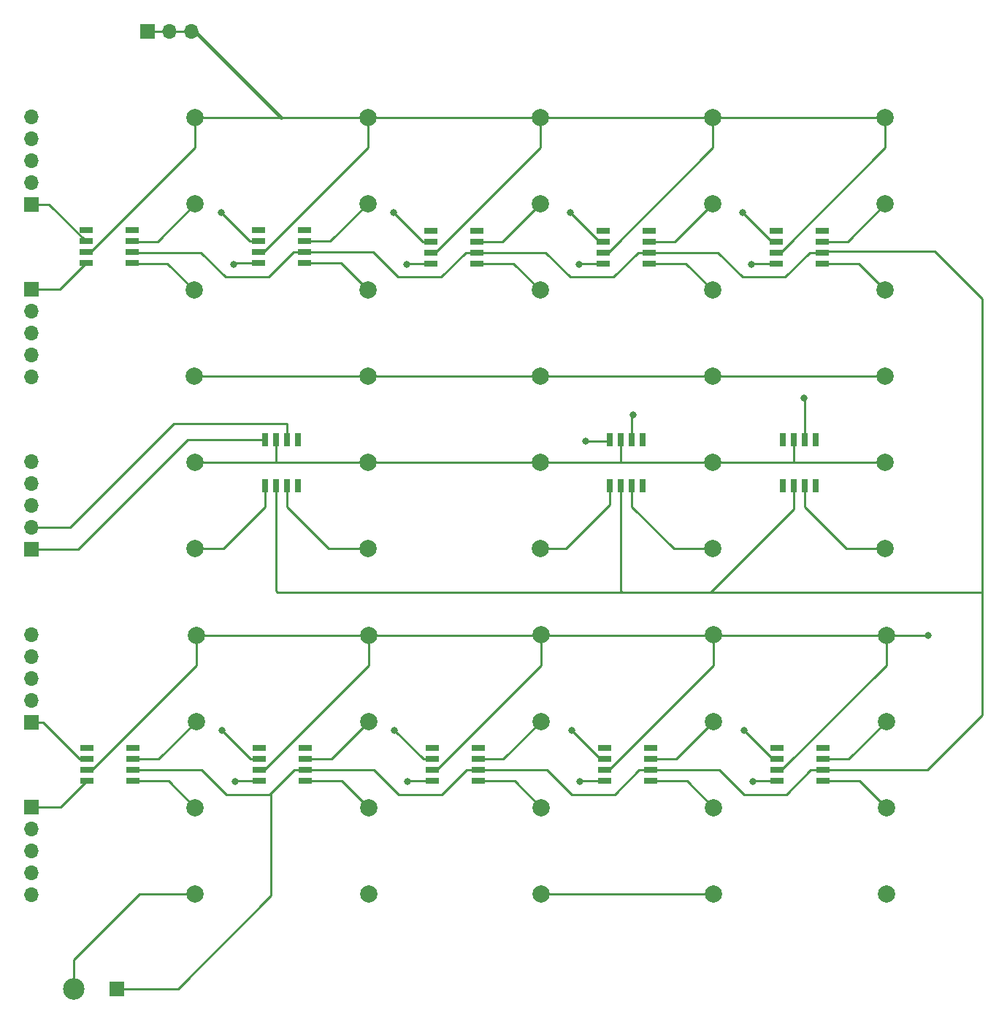
<source format=gbr>
%TF.GenerationSoftware,KiCad,Pcbnew,(6.0.4)*%
%TF.CreationDate,2022-05-01T19:30:29-04:00*%
%TF.ProjectId,ultrasonic,756c7472-6173-46f6-9e69-632e6b696361,rev?*%
%TF.SameCoordinates,Original*%
%TF.FileFunction,Copper,L1,Top*%
%TF.FilePolarity,Positive*%
%FSLAX46Y46*%
G04 Gerber Fmt 4.6, Leading zero omitted, Abs format (unit mm)*
G04 Created by KiCad (PCBNEW (6.0.4)) date 2022-05-01 19:30:29*
%MOMM*%
%LPD*%
G01*
G04 APERTURE LIST*
G04 Aperture macros list*
%AMRoundRect*
0 Rectangle with rounded corners*
0 $1 Rounding radius*
0 $2 $3 $4 $5 $6 $7 $8 $9 X,Y pos of 4 corners*
0 Add a 4 corners polygon primitive as box body*
4,1,4,$2,$3,$4,$5,$6,$7,$8,$9,$2,$3,0*
0 Add four circle primitives for the rounded corners*
1,1,$1+$1,$2,$3*
1,1,$1+$1,$4,$5*
1,1,$1+$1,$6,$7*
1,1,$1+$1,$8,$9*
0 Add four rect primitives between the rounded corners*
20,1,$1+$1,$2,$3,$4,$5,0*
20,1,$1+$1,$4,$5,$6,$7,0*
20,1,$1+$1,$6,$7,$8,$9,0*
20,1,$1+$1,$8,$9,$2,$3,0*%
G04 Aperture macros list end*
%TA.AperFunction,ComponentPad*%
%ADD10R,1.700000X1.700000*%
%TD*%
%TA.AperFunction,ComponentPad*%
%ADD11O,1.700000X1.700000*%
%TD*%
%TA.AperFunction,ComponentPad*%
%ADD12C,2.500000*%
%TD*%
%TA.AperFunction,ComponentPad*%
%ADD13C,2.000000*%
%TD*%
%TA.AperFunction,SMDPad,CuDef*%
%ADD14RoundRect,0.042000X-0.748000X-0.258000X0.748000X-0.258000X0.748000X0.258000X-0.748000X0.258000X0*%
%TD*%
%TA.AperFunction,SMDPad,CuDef*%
%ADD15RoundRect,0.042000X-0.258000X0.748000X-0.258000X-0.748000X0.258000X-0.748000X0.258000X0.748000X0*%
%TD*%
%TA.AperFunction,ViaPad*%
%ADD16C,0.800000*%
%TD*%
%TA.AperFunction,Conductor*%
%ADD17C,0.250000*%
%TD*%
%TA.AperFunction,Conductor*%
%ADD18C,0.400000*%
%TD*%
G04 APERTURE END LIST*
D10*
%TO.P,REF\u002A\u002A,1*%
%TO.N,N/C*%
X79500000Y-45000000D03*
D11*
%TO.P,REF\u002A\u002A,2*%
X82040000Y-45000000D03*
%TO.P,REF\u002A\u002A,3*%
X84580000Y-45000000D03*
%TD*%
D12*
%TO.P,REF\u002A\u002A,1*%
%TO.N,N/C*%
X70904762Y-156000000D03*
%TD*%
D10*
%TO.P,REF\u002A\u002A,1*%
%TO.N,N/C*%
X75904762Y-156000000D03*
%TD*%
D11*
%TO.P,REF\u002A\u002A,5*%
%TO.N,N/C*%
X66000000Y-145085000D03*
%TO.P,REF\u002A\u002A,4*%
X66000000Y-142545000D03*
%TO.P,REF\u002A\u002A,3*%
X66000000Y-140005000D03*
%TO.P,REF\u002A\u002A,2*%
X66000000Y-137465000D03*
D10*
%TO.P,REF\u002A\u002A,1*%
X66000000Y-134925000D03*
%TD*%
%TO.P,REF\u002A\u002A,1*%
%TO.N,N/C*%
X66000000Y-125075000D03*
D11*
%TO.P,REF\u002A\u002A,2*%
X66000000Y-122535000D03*
%TO.P,REF\u002A\u002A,3*%
X66000000Y-119995000D03*
%TO.P,REF\u002A\u002A,4*%
X66000000Y-117455000D03*
%TO.P,REF\u002A\u002A,5*%
X66000000Y-114915000D03*
%TD*%
%TO.P,REF\u002A\u002A,5*%
%TO.N,N/C*%
X66000000Y-94915000D03*
%TO.P,REF\u002A\u002A,4*%
X66000000Y-97455000D03*
%TO.P,REF\u002A\u002A,3*%
X66000000Y-99995000D03*
%TO.P,REF\u002A\u002A,2*%
X66000000Y-102535000D03*
D10*
%TO.P,REF\u002A\u002A,1*%
X66000000Y-105075000D03*
%TD*%
D11*
%TO.P,REF\u002A\u002A,5*%
%TO.N,N/C*%
X66000000Y-85085000D03*
%TO.P,REF\u002A\u002A,4*%
X66000000Y-82545000D03*
%TO.P,REF\u002A\u002A,3*%
X66000000Y-80005000D03*
%TO.P,REF\u002A\u002A,2*%
X66000000Y-77465000D03*
D10*
%TO.P,REF\u002A\u002A,1*%
X66000000Y-74925000D03*
%TD*%
D11*
%TO.P,REF\u002A\u002A,5*%
%TO.N,N/C*%
X66000000Y-54915000D03*
%TO.P,REF\u002A\u002A,4*%
X66000000Y-57455000D03*
%TO.P,REF\u002A\u002A,3*%
X66000000Y-59995000D03*
%TO.P,REF\u002A\u002A,2*%
X66000000Y-62535000D03*
D10*
%TO.P,REF\u002A\u002A,1*%
X66000000Y-65075000D03*
%TD*%
D13*
%TO.P,REF\u002A\u002A,1*%
%TO.N,N/C*%
X145121247Y-135000001D03*
%TO.P,REF\u002A\u002A,2*%
X145121247Y-145000001D03*
%TD*%
%TO.P,REF\u002A\u002A,2*%
%TO.N,N/C*%
X145109876Y-124988630D03*
%TO.P,REF\u002A\u002A,1*%
X145109876Y-114988630D03*
%TD*%
%TO.P,REF\u002A\u002A,2*%
%TO.N,N/C*%
X125121247Y-145000001D03*
%TO.P,REF\u002A\u002A,1*%
X125121247Y-135000001D03*
%TD*%
%TO.P,REF\u002A\u002A,2*%
%TO.N,N/C*%
X85121247Y-125000001D03*
%TO.P,REF\u002A\u002A,1*%
X85121247Y-115000001D03*
%TD*%
%TO.P,REF\u002A\u002A,1*%
%TO.N,N/C*%
X85000000Y-135000000D03*
%TO.P,REF\u002A\u002A,2*%
X85000000Y-145000000D03*
%TD*%
%TO.P,REF\u002A\u002A,1*%
%TO.N,N/C*%
X105121247Y-135000001D03*
%TO.P,REF\u002A\u002A,2*%
X105121247Y-145000001D03*
%TD*%
%TO.P,REF\u002A\u002A,1*%
%TO.N,N/C*%
X165121247Y-135000001D03*
%TO.P,REF\u002A\u002A,2*%
X165121247Y-145000001D03*
%TD*%
%TO.P,REF\u002A\u002A,2*%
%TO.N,N/C*%
X105121247Y-125000001D03*
%TO.P,REF\u002A\u002A,1*%
X105121247Y-115000001D03*
%TD*%
D14*
%TO.P,REF\u002A\u002A,1*%
%TO.N,N/C*%
X132451247Y-128095001D03*
%TO.P,REF\u002A\u002A,2*%
X132451247Y-129365001D03*
%TO.P,REF\u002A\u002A,3*%
X132451247Y-130635001D03*
%TO.P,REF\u002A\u002A,4*%
X132451247Y-131905001D03*
%TO.P,REF\u002A\u002A,5*%
X137791247Y-131905001D03*
%TO.P,REF\u002A\u002A,6*%
X137791247Y-130635001D03*
%TO.P,REF\u002A\u002A,7*%
X137791247Y-129365001D03*
%TO.P,REF\u002A\u002A,8*%
X137791247Y-128095001D03*
%TD*%
%TO.P,REF\u002A\u002A,1*%
%TO.N,N/C*%
X152451247Y-128095001D03*
%TO.P,REF\u002A\u002A,2*%
X152451247Y-129365001D03*
%TO.P,REF\u002A\u002A,3*%
X152451247Y-130635001D03*
%TO.P,REF\u002A\u002A,4*%
X152451247Y-131905001D03*
%TO.P,REF\u002A\u002A,5*%
X157791247Y-131905001D03*
%TO.P,REF\u002A\u002A,6*%
X157791247Y-130635001D03*
%TO.P,REF\u002A\u002A,7*%
X157791247Y-129365001D03*
%TO.P,REF\u002A\u002A,8*%
X157791247Y-128095001D03*
%TD*%
%TO.P,REF\u002A\u002A,1*%
%TO.N,N/C*%
X72451247Y-128056127D03*
%TO.P,REF\u002A\u002A,2*%
X72451247Y-129326127D03*
%TO.P,REF\u002A\u002A,3*%
X72451247Y-130596127D03*
%TO.P,REF\u002A\u002A,4*%
X72451247Y-131866127D03*
%TO.P,REF\u002A\u002A,5*%
X77791247Y-131866127D03*
%TO.P,REF\u002A\u002A,6*%
X77791247Y-130596127D03*
%TO.P,REF\u002A\u002A,7*%
X77791247Y-129326127D03*
%TO.P,REF\u002A\u002A,8*%
X77791247Y-128056127D03*
%TD*%
%TO.P,REF\u002A\u002A,1*%
%TO.N,N/C*%
X92424833Y-128056127D03*
%TO.P,REF\u002A\u002A,2*%
X92424833Y-129326127D03*
%TO.P,REF\u002A\u002A,3*%
X92424833Y-130596127D03*
%TO.P,REF\u002A\u002A,4*%
X92424833Y-131866127D03*
%TO.P,REF\u002A\u002A,5*%
X97764833Y-131866127D03*
%TO.P,REF\u002A\u002A,6*%
X97764833Y-130596127D03*
%TO.P,REF\u002A\u002A,7*%
X97764833Y-129326127D03*
%TO.P,REF\u002A\u002A,8*%
X97764833Y-128056127D03*
%TD*%
%TO.P,REF\u002A\u002A,1*%
%TO.N,N/C*%
X112451247Y-128095001D03*
%TO.P,REF\u002A\u002A,2*%
X112451247Y-129365001D03*
%TO.P,REF\u002A\u002A,3*%
X112451247Y-130635001D03*
%TO.P,REF\u002A\u002A,4*%
X112451247Y-131905001D03*
%TO.P,REF\u002A\u002A,5*%
X117791247Y-131905001D03*
%TO.P,REF\u002A\u002A,6*%
X117791247Y-130635001D03*
%TO.P,REF\u002A\u002A,7*%
X117791247Y-129365001D03*
%TO.P,REF\u002A\u002A,8*%
X117791247Y-128095001D03*
%TD*%
D13*
%TO.P,REF\u002A\u002A,2*%
%TO.N,N/C*%
X165121247Y-125000001D03*
%TO.P,REF\u002A\u002A,1*%
X165121247Y-115000001D03*
%TD*%
%TO.P,REF\u002A\u002A,1*%
%TO.N,N/C*%
X125104191Y-114988630D03*
%TO.P,REF\u002A\u002A,2*%
X125104191Y-124988630D03*
%TD*%
D14*
%TO.P,REF\u002A\u002A,1*%
%TO.N,N/C*%
X72330000Y-68056126D03*
%TO.P,REF\u002A\u002A,2*%
X72330000Y-69326126D03*
%TO.P,REF\u002A\u002A,3*%
X72330000Y-70596126D03*
%TO.P,REF\u002A\u002A,4*%
X72330000Y-71866126D03*
%TO.P,REF\u002A\u002A,5*%
X77670000Y-71866126D03*
%TO.P,REF\u002A\u002A,6*%
X77670000Y-70596126D03*
%TO.P,REF\u002A\u002A,7*%
X77670000Y-69326126D03*
%TO.P,REF\u002A\u002A,8*%
X77670000Y-68056126D03*
%TD*%
D15*
%TO.P,REF\u002A\u002A,1*%
%TO.N,N/C*%
X156905000Y-92330000D03*
%TO.P,REF\u002A\u002A,2*%
X155635000Y-92330000D03*
%TO.P,REF\u002A\u002A,3*%
X154365000Y-92330000D03*
%TO.P,REF\u002A\u002A,4*%
X153095000Y-92330000D03*
%TO.P,REF\u002A\u002A,5*%
X153095000Y-97670000D03*
%TO.P,REF\u002A\u002A,6*%
X154365000Y-97670000D03*
%TO.P,REF\u002A\u002A,7*%
X155635000Y-97670000D03*
%TO.P,REF\u002A\u002A,8*%
X156905000Y-97670000D03*
%TD*%
%TO.P,REF\u002A\u002A,1*%
%TO.N,N/C*%
X136905000Y-92330000D03*
%TO.P,REF\u002A\u002A,2*%
X135635000Y-92330000D03*
%TO.P,REF\u002A\u002A,3*%
X134365000Y-92330000D03*
%TO.P,REF\u002A\u002A,4*%
X133095000Y-92330000D03*
%TO.P,REF\u002A\u002A,5*%
X133095000Y-97670000D03*
%TO.P,REF\u002A\u002A,6*%
X134365000Y-97670000D03*
%TO.P,REF\u002A\u002A,7*%
X135635000Y-97670000D03*
%TO.P,REF\u002A\u002A,8*%
X136905000Y-97670000D03*
%TD*%
%TO.P,REF\u002A\u002A,8*%
%TO.N,N/C*%
X96905000Y-97670000D03*
%TO.P,REF\u002A\u002A,7*%
X95635000Y-97670000D03*
%TO.P,REF\u002A\u002A,6*%
X94365000Y-97670000D03*
%TO.P,REF\u002A\u002A,5*%
X93095000Y-97670000D03*
%TO.P,REF\u002A\u002A,4*%
X93095000Y-92330000D03*
%TO.P,REF\u002A\u002A,3*%
X94365000Y-92330000D03*
%TO.P,REF\u002A\u002A,2*%
X95635000Y-92330000D03*
%TO.P,REF\u002A\u002A,1*%
X96905000Y-92330000D03*
%TD*%
D14*
%TO.P,REF\u002A\u002A,8*%
%TO.N,N/C*%
X157670000Y-68095000D03*
%TO.P,REF\u002A\u002A,7*%
X157670000Y-69365000D03*
%TO.P,REF\u002A\u002A,6*%
X157670000Y-70635000D03*
%TO.P,REF\u002A\u002A,5*%
X157670000Y-71905000D03*
%TO.P,REF\u002A\u002A,4*%
X152330000Y-71905000D03*
%TO.P,REF\u002A\u002A,3*%
X152330000Y-70635000D03*
%TO.P,REF\u002A\u002A,2*%
X152330000Y-69365000D03*
%TO.P,REF\u002A\u002A,1*%
X152330000Y-68095000D03*
%TD*%
%TO.P,REF\u002A\u002A,8*%
%TO.N,N/C*%
X137670000Y-68095000D03*
%TO.P,REF\u002A\u002A,7*%
X137670000Y-69365000D03*
%TO.P,REF\u002A\u002A,6*%
X137670000Y-70635000D03*
%TO.P,REF\u002A\u002A,5*%
X137670000Y-71905000D03*
%TO.P,REF\u002A\u002A,4*%
X132330000Y-71905000D03*
%TO.P,REF\u002A\u002A,3*%
X132330000Y-70635000D03*
%TO.P,REF\u002A\u002A,2*%
X132330000Y-69365000D03*
%TO.P,REF\u002A\u002A,1*%
X132330000Y-68095000D03*
%TD*%
%TO.P,REF\u002A\u002A,8*%
%TO.N,N/C*%
X117670000Y-68095000D03*
%TO.P,REF\u002A\u002A,7*%
X117670000Y-69365000D03*
%TO.P,REF\u002A\u002A,6*%
X117670000Y-70635000D03*
%TO.P,REF\u002A\u002A,5*%
X117670000Y-71905000D03*
%TO.P,REF\u002A\u002A,4*%
X112330000Y-71905000D03*
%TO.P,REF\u002A\u002A,3*%
X112330000Y-70635000D03*
%TO.P,REF\u002A\u002A,2*%
X112330000Y-69365000D03*
%TO.P,REF\u002A\u002A,1*%
X112330000Y-68095000D03*
%TD*%
%TO.P,REF\u002A\u002A,8*%
%TO.N,N/C*%
X97643586Y-68056126D03*
%TO.P,REF\u002A\u002A,7*%
X97643586Y-69326126D03*
%TO.P,REF\u002A\u002A,6*%
X97643586Y-70596126D03*
%TO.P,REF\u002A\u002A,5*%
X97643586Y-71866126D03*
%TO.P,REF\u002A\u002A,4*%
X92303586Y-71866126D03*
%TO.P,REF\u002A\u002A,3*%
X92303586Y-70596126D03*
%TO.P,REF\u002A\u002A,2*%
X92303586Y-69326126D03*
%TO.P,REF\u002A\u002A,1*%
X92303586Y-68056126D03*
%TD*%
D13*
%TO.P,REF\u002A\u002A,1*%
%TO.N,N/C*%
X144988629Y-94988629D03*
%TO.P,REF\u002A\u002A,2*%
X144988629Y-104988629D03*
%TD*%
%TO.P,REF\u002A\u002A,1*%
%TO.N,N/C*%
X105000000Y-95000000D03*
%TO.P,REF\u002A\u002A,2*%
X105000000Y-105000000D03*
%TD*%
%TO.P,REF\u002A\u002A,1*%
%TO.N,N/C*%
X85000000Y-95000000D03*
%TO.P,REF\u002A\u002A,2*%
X85000000Y-105000000D03*
%TD*%
%TO.P,REF\u002A\u002A,2*%
%TO.N,N/C*%
X124982944Y-104988629D03*
%TO.P,REF\u002A\u002A,1*%
X124982944Y-94988629D03*
%TD*%
%TO.P,REF\u002A\u002A,1*%
%TO.N,N/C*%
X165000000Y-95000000D03*
%TO.P,REF\u002A\u002A,2*%
X165000000Y-105000000D03*
%TD*%
%TO.P,REF\u002A\u002A,1*%
%TO.N,N/C*%
X124982944Y-54988629D03*
%TO.P,REF\u002A\u002A,2*%
X124982944Y-64988629D03*
%TD*%
%TO.P,REF\u002A\u002A,2*%
%TO.N,N/C*%
X165000000Y-65000000D03*
%TO.P,REF\u002A\u002A,1*%
X165000000Y-55000000D03*
%TD*%
%TO.P,REF\u002A\u002A,2*%
%TO.N,N/C*%
X144988629Y-64988629D03*
%TO.P,REF\u002A\u002A,1*%
X144988629Y-54988629D03*
%TD*%
%TO.P,REF\u002A\u002A,2*%
%TO.N,N/C*%
X145000000Y-85000000D03*
%TO.P,REF\u002A\u002A,1*%
X145000000Y-75000000D03*
%TD*%
%TO.P,REF\u002A\u002A,1*%
%TO.N,N/C*%
X125000000Y-75000000D03*
%TO.P,REF\u002A\u002A,2*%
X125000000Y-85000000D03*
%TD*%
%TO.P,REF\u002A\u002A,2*%
%TO.N,N/C*%
X85000000Y-65000000D03*
%TO.P,REF\u002A\u002A,1*%
X85000000Y-55000000D03*
%TD*%
%TO.P,REF\u002A\u002A,2*%
%TO.N,N/C*%
X105000000Y-85000000D03*
%TO.P,REF\u002A\u002A,1*%
X105000000Y-75000000D03*
%TD*%
%TO.P,REF\u002A\u002A,2*%
%TO.N,N/C*%
X165000000Y-85000000D03*
%TO.P,REF\u002A\u002A,1*%
X165000000Y-75000000D03*
%TD*%
%TO.P,REF\u002A\u002A,2*%
%TO.N,N/C*%
X105000000Y-65000000D03*
%TO.P,REF\u002A\u002A,1*%
X105000000Y-55000000D03*
%TD*%
%TO.P,REF\u002A\u002A,2*%
%TO.N,N/C*%
X84878753Y-84999999D03*
%TO.P,REF\u002A\u002A,1*%
X84878753Y-74999999D03*
%TD*%
D16*
%TO.N,*%
X155600000Y-87500000D03*
X135750000Y-89500000D03*
X130250000Y-92500000D03*
X170000000Y-115000000D03*
X129621247Y-132000001D03*
X149621247Y-132000001D03*
X109621247Y-132000001D03*
X89621247Y-132000001D03*
X148621247Y-126000001D03*
X108121247Y-126000001D03*
X128621247Y-126000001D03*
X88121247Y-126000001D03*
X149500000Y-72000000D03*
X129500000Y-72000000D03*
X109500000Y-72000000D03*
X89500000Y-72000000D03*
X148500000Y-66000000D03*
X128500000Y-66000000D03*
X108000000Y-66000000D03*
X88000000Y-66000000D03*
%TD*%
D17*
%TO.N,*%
X85000000Y-45000000D02*
X79500000Y-45000000D01*
D18*
X95000000Y-55000000D02*
X85000000Y-45000000D01*
D17*
X95000000Y-55000000D02*
X165000000Y-55000000D01*
X85000000Y-55000000D02*
X95000000Y-55000000D01*
X70904762Y-152595238D02*
X70904762Y-156000000D01*
X78500000Y-145000000D02*
X70904762Y-152595238D01*
X85000000Y-145000000D02*
X78500000Y-145000000D01*
X83000000Y-156000000D02*
X75904762Y-156000000D01*
X93810624Y-133310624D02*
X93810624Y-145189376D01*
X93810624Y-145189376D02*
X83000000Y-156000000D01*
X93810624Y-133310624D02*
X96525121Y-130596127D01*
X93621247Y-133500001D02*
X93810624Y-133310624D01*
X125121247Y-145000001D02*
X145121247Y-145000001D01*
X170750000Y-70500000D02*
X157805000Y-70500000D01*
X176250000Y-76000000D02*
X170750000Y-70500000D01*
X157805000Y-70500000D02*
X157670000Y-70635000D01*
X176250000Y-109750000D02*
X176250000Y-76000000D01*
X69392374Y-134925000D02*
X72451247Y-131866127D01*
X71425000Y-105075000D02*
X66000000Y-105075000D01*
X84170000Y-92330000D02*
X71425000Y-105075000D01*
X93095000Y-92330000D02*
X84170000Y-92330000D01*
X70465000Y-102535000D02*
X66000000Y-102535000D01*
X82500000Y-90500000D02*
X70465000Y-102535000D01*
X71638687Y-129326127D02*
X67387560Y-125075000D01*
X72451247Y-129326127D02*
X71638687Y-129326127D01*
X67387560Y-125075000D02*
X66000000Y-125075000D01*
X69392374Y-134925000D02*
X66000000Y-134925000D01*
X69271126Y-74925000D02*
X66000000Y-74925000D01*
X72330000Y-71866126D02*
X69271126Y-74925000D01*
X68078874Y-65075000D02*
X66000000Y-65075000D01*
X72330000Y-69326126D02*
X68078874Y-65075000D01*
X72451247Y-129326127D02*
X71526127Y-129326127D01*
X155635000Y-87535000D02*
X155635000Y-92330000D01*
X155600000Y-87500000D02*
X155635000Y-87535000D01*
X135635000Y-89615000D02*
X135750000Y-89500000D01*
X135635000Y-92330000D02*
X135635000Y-89615000D01*
X132925000Y-92500000D02*
X130250000Y-92500000D01*
X133095000Y-92330000D02*
X132925000Y-92500000D01*
X95635000Y-90500000D02*
X82500000Y-90500000D01*
X95635000Y-92330000D02*
X95635000Y-90500000D01*
X165121247Y-115000001D02*
X170000000Y-115000000D01*
X169864999Y-130635001D02*
X157791247Y-130635001D01*
X176250000Y-124250000D02*
X169864999Y-130635001D01*
X176250000Y-109750000D02*
X176250000Y-124250000D01*
X176250000Y-110000000D02*
X176250000Y-109750000D01*
X144500000Y-110000000D02*
X176250000Y-110000000D01*
X144500000Y-110000000D02*
X144750000Y-110000000D01*
X134500000Y-110000000D02*
X144500000Y-110000000D01*
X134365000Y-97670000D02*
X134365000Y-109865000D01*
X134365000Y-109865000D02*
X134500000Y-110000000D01*
X94500000Y-110000000D02*
X134500000Y-110000000D01*
X154365000Y-100385000D02*
X154365000Y-97670000D01*
X94365000Y-109865000D02*
X94500000Y-110000000D01*
X94365000Y-97670000D02*
X94365000Y-109865000D01*
X144750000Y-110000000D02*
X154365000Y-100385000D01*
X160500000Y-105000000D02*
X165000000Y-105000000D01*
X155635000Y-100135000D02*
X160500000Y-105000000D01*
X155635000Y-97670000D02*
X155635000Y-100135000D01*
X88250000Y-105000000D02*
X85000000Y-105000000D01*
X93095000Y-97670000D02*
X93095000Y-100155000D01*
X93095000Y-100155000D02*
X88250000Y-105000000D01*
X100500000Y-105000000D02*
X105000000Y-105000000D01*
X95635000Y-100135000D02*
X100500000Y-105000000D01*
X95635000Y-97670000D02*
X95635000Y-100135000D01*
X140488629Y-104988629D02*
X144988629Y-104988629D01*
X135635000Y-100135000D02*
X140488629Y-104988629D01*
X135635000Y-97670000D02*
X135635000Y-100135000D01*
X133095000Y-99905000D02*
X133095000Y-97670000D01*
X124982944Y-104988629D02*
X128011371Y-104988629D01*
X128011371Y-104988629D02*
X133095000Y-99905000D01*
X134365000Y-94865000D02*
X134500000Y-95000000D01*
X134365000Y-92330000D02*
X134365000Y-94865000D01*
X94500000Y-95000000D02*
X134500000Y-95000000D01*
X134500000Y-95000000D02*
X154250000Y-95000000D01*
X154250000Y-95000000D02*
X165000000Y-95000000D01*
X154365000Y-94885000D02*
X154250000Y-95000000D01*
X154365000Y-92330000D02*
X154365000Y-94885000D01*
X94365000Y-92330000D02*
X94365000Y-94865000D01*
X85000000Y-95000000D02*
X94500000Y-95000000D01*
X94365000Y-94865000D02*
X94500000Y-95000000D01*
X125104191Y-118517057D02*
X125104191Y-114988630D01*
X152451247Y-130635001D02*
X152986247Y-130635001D01*
X112986247Y-130635001D02*
X125104191Y-118517057D01*
X165121247Y-118500001D02*
X165121247Y-115000001D01*
X152986247Y-130635001D02*
X165121247Y-118500001D01*
X112451247Y-130635001D02*
X112986247Y-130635001D01*
X73025121Y-130596127D02*
X85121247Y-118500001D01*
X132986247Y-130635001D02*
X145109876Y-118511372D01*
X132451247Y-130635001D02*
X132986247Y-130635001D01*
X145109876Y-118511372D02*
X145109876Y-114988630D01*
X93025121Y-130596127D02*
X105121247Y-118500001D01*
X105121247Y-118500001D02*
X105121247Y-115000001D01*
X92424833Y-130596127D02*
X93025121Y-130596127D01*
X72451247Y-130596127D02*
X73025121Y-130596127D01*
X85121247Y-118500001D02*
X85121247Y-115000001D01*
X117791247Y-131905001D02*
X122026247Y-131905001D01*
X137791247Y-131905001D02*
X142026247Y-131905001D01*
X101987373Y-131866127D02*
X105121247Y-135000001D01*
X122026247Y-131905001D02*
X125121247Y-135000001D01*
X162026247Y-131905001D02*
X165121247Y-135000001D01*
X142026247Y-131905001D02*
X145121247Y-135000001D01*
X157791247Y-131905001D02*
X162026247Y-131905001D01*
X97764833Y-131866127D02*
X101987373Y-131866127D01*
X120727820Y-129365001D02*
X125104191Y-124988630D01*
X80756247Y-129365001D02*
X85121247Y-125000001D01*
X81905001Y-131905001D02*
X85000000Y-135000000D01*
X77791247Y-131905001D02*
X81905001Y-131905001D01*
X157791247Y-129365001D02*
X160756247Y-129365001D01*
X100795121Y-129326127D02*
X105121247Y-125000001D01*
X137791247Y-129365001D02*
X140733505Y-129365001D01*
X160756247Y-129365001D02*
X165121247Y-125000001D01*
X117791247Y-129365001D02*
X120727820Y-129365001D01*
X140733505Y-129365001D02*
X145109876Y-124988630D01*
X77791247Y-129365001D02*
X80756247Y-129365001D01*
X97764833Y-129326127D02*
X100795121Y-129326127D01*
X156388747Y-130635001D02*
X157791247Y-130635001D01*
X137791247Y-130635001D02*
X145756247Y-130635001D01*
X125756247Y-130635001D02*
X128621247Y-133500001D01*
X77791247Y-130635001D02*
X85756247Y-130635001D01*
X133621247Y-133500001D02*
X136486247Y-130635001D01*
X136486247Y-130635001D02*
X137791247Y-130635001D01*
X128621247Y-133500001D02*
X133621247Y-133500001D01*
X88621247Y-133500001D02*
X93621247Y-133500001D01*
X96525121Y-130596127D02*
X97764833Y-130596127D01*
X117791247Y-130635001D02*
X125756247Y-130635001D01*
X153523747Y-133500001D02*
X156388747Y-130635001D01*
X148621247Y-133500001D02*
X153523747Y-133500001D01*
X145756247Y-130635001D02*
X148621247Y-133500001D01*
X85756247Y-130635001D02*
X88621247Y-133500001D01*
X116486247Y-130635001D02*
X117791247Y-130635001D01*
X113621247Y-133500001D02*
X116486247Y-130635001D01*
X108621247Y-133500001D02*
X113621247Y-133500001D01*
X105717373Y-130596127D02*
X108621247Y-133500001D01*
X97764833Y-130596127D02*
X105717373Y-130596127D01*
X89755121Y-131866127D02*
X89621247Y-132000001D01*
X92424833Y-131866127D02*
X89755121Y-131866127D01*
X151986247Y-129365001D02*
X148621247Y-126000001D01*
X152451247Y-129365001D02*
X151986247Y-129365001D01*
X132451247Y-129365001D02*
X131986247Y-129365001D01*
X131986247Y-129365001D02*
X128621247Y-126000001D01*
X91447373Y-129326127D02*
X88121247Y-126000001D01*
X92424833Y-129326127D02*
X91447373Y-129326127D01*
X111486247Y-129365001D02*
X108121247Y-126000001D01*
X112451247Y-129365001D02*
X111486247Y-129365001D01*
X112451247Y-131905001D02*
X109716247Y-131905001D01*
X149716247Y-131905001D02*
X149621247Y-132000001D01*
X152451247Y-131905001D02*
X149716247Y-131905001D01*
X109716247Y-131905001D02*
X109621247Y-132000001D01*
X129716247Y-131905001D02*
X129621247Y-132000001D01*
X132451247Y-131905001D02*
X129716247Y-131905001D01*
X85121247Y-115000001D02*
X165121247Y-115000001D01*
X149595000Y-71905000D02*
X149500000Y-72000000D01*
X152330000Y-71905000D02*
X149595000Y-71905000D01*
X129595000Y-71905000D02*
X129500000Y-72000000D01*
X132330000Y-71905000D02*
X129595000Y-71905000D01*
X109595000Y-71905000D02*
X109500000Y-72000000D01*
X112330000Y-71905000D02*
X109595000Y-71905000D01*
X89633874Y-71866126D02*
X89500000Y-72000000D01*
X92303586Y-71866126D02*
X89633874Y-71866126D01*
X151865000Y-69365000D02*
X148500000Y-66000000D01*
X152330000Y-69365000D02*
X151865000Y-69365000D01*
X131865000Y-69365000D02*
X128500000Y-66000000D01*
X132330000Y-69365000D02*
X131865000Y-69365000D01*
X111365000Y-69365000D02*
X108000000Y-66000000D01*
X112330000Y-69365000D02*
X111365000Y-69365000D01*
X91326126Y-69326126D02*
X88000000Y-66000000D01*
X92303586Y-69326126D02*
X91326126Y-69326126D01*
X165000000Y-58500000D02*
X165000000Y-55000000D01*
X152865000Y-70635000D02*
X165000000Y-58500000D01*
X152330000Y-70635000D02*
X152865000Y-70635000D01*
X144988629Y-58511371D02*
X144988629Y-54988629D01*
X132865000Y-70635000D02*
X144988629Y-58511371D01*
X132330000Y-70635000D02*
X132865000Y-70635000D01*
X124982944Y-58517056D02*
X124982944Y-54988629D01*
X112330000Y-70635000D02*
X112865000Y-70635000D01*
X112865000Y-70635000D02*
X124982944Y-58517056D01*
X105000000Y-58500000D02*
X105000000Y-55000000D01*
X92903874Y-70596126D02*
X105000000Y-58500000D01*
X92303586Y-70596126D02*
X92903874Y-70596126D01*
X72903874Y-70596126D02*
X85000000Y-58500000D01*
X72330000Y-70596126D02*
X72903874Y-70596126D01*
X85000000Y-58500000D02*
X85000000Y-55000000D01*
X156267500Y-70635000D02*
X157670000Y-70635000D01*
X153402500Y-73500000D02*
X156267500Y-70635000D01*
X148500000Y-73500000D02*
X153402500Y-73500000D01*
X145635000Y-70635000D02*
X148500000Y-73500000D01*
X137670000Y-70635000D02*
X145635000Y-70635000D01*
X133500000Y-73500000D02*
X136365000Y-70635000D01*
X136365000Y-70635000D02*
X137670000Y-70635000D01*
X125635000Y-70635000D02*
X128500000Y-73500000D01*
X128500000Y-73500000D02*
X133500000Y-73500000D01*
X117670000Y-70635000D02*
X125635000Y-70635000D01*
X88500000Y-73500000D02*
X93500000Y-73500000D01*
X85635000Y-70635000D02*
X88500000Y-73500000D01*
X93500000Y-73500000D02*
X96403874Y-70596126D01*
X77670000Y-70635000D02*
X85635000Y-70635000D01*
X96403874Y-70596126D02*
X97643586Y-70596126D01*
X116365000Y-70635000D02*
X117670000Y-70635000D01*
X108500000Y-73500000D02*
X113500000Y-73500000D01*
X105596126Y-70596126D02*
X108500000Y-73500000D01*
X97643586Y-70596126D02*
X105596126Y-70596126D01*
X113500000Y-73500000D02*
X116365000Y-70635000D01*
X157670000Y-71905000D02*
X161905000Y-71905000D01*
X161905000Y-71905000D02*
X165000000Y-75000000D01*
X160635000Y-69365000D02*
X165000000Y-65000000D01*
X157670000Y-69365000D02*
X160635000Y-69365000D01*
X141905000Y-71905000D02*
X145000000Y-75000000D01*
X137670000Y-71905000D02*
X141905000Y-71905000D01*
X140612258Y-69365000D02*
X144988629Y-64988629D01*
X137670000Y-69365000D02*
X140612258Y-69365000D01*
X121905000Y-71905000D02*
X125000000Y-75000000D01*
X117670000Y-71905000D02*
X121905000Y-71905000D01*
X120606573Y-69365000D02*
X124982944Y-64988629D01*
X117670000Y-69365000D02*
X120606573Y-69365000D01*
X101866126Y-71866126D02*
X105000000Y-75000000D01*
X97643586Y-71866126D02*
X101866126Y-71866126D01*
X100673874Y-69326126D02*
X105000000Y-65000000D01*
X97643586Y-69326126D02*
X100673874Y-69326126D01*
X81783754Y-71905000D02*
X84878753Y-74999999D01*
X77670000Y-71905000D02*
X81783754Y-71905000D01*
X77670000Y-69365000D02*
X80635000Y-69365000D01*
X80635000Y-69365000D02*
X85000000Y-65000000D01*
X84878753Y-84999999D02*
X165000000Y-85000000D01*
%TD*%
M02*

</source>
